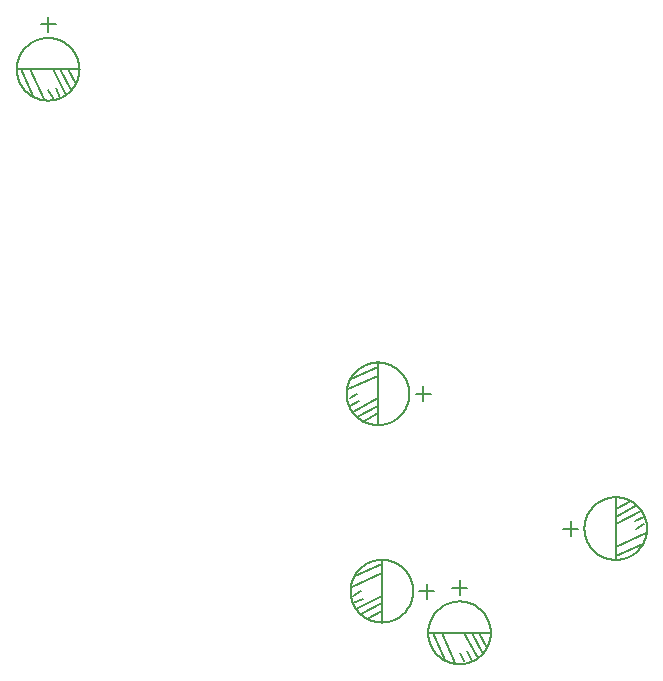
<source format=gbr>
G04 EAGLE Gerber X2 export*
%TF.Part,Single*%
%TF.FileFunction,Legend,Bot,1*%
%TF.FilePolarity,Positive*%
%TF.GenerationSoftware,Autodesk,EAGLE,9.2.2*%
%TF.CreationDate,2019-04-19T13:43:48Z*%
G75*
%MOMM*%
%FSLAX34Y34*%
%LPD*%
%INSilkscreen Bottom*%
%AMOC8*
5,1,8,0,0,1.08239X$1,22.5*%
G01*
%ADD10C,0.127000*%


D10*
X30895Y505723D02*
X30903Y506373D01*
X30927Y507023D01*
X30967Y507672D01*
X31023Y508320D01*
X31094Y508967D01*
X31182Y509611D01*
X31285Y510253D01*
X31404Y510893D01*
X31539Y511529D01*
X31689Y512162D01*
X31855Y512791D01*
X32036Y513416D01*
X32233Y514036D01*
X32444Y514651D01*
X32671Y515260D01*
X32912Y515864D01*
X33168Y516462D01*
X33439Y517053D01*
X33725Y517638D01*
X34024Y518215D01*
X34338Y518785D01*
X34665Y519347D01*
X35006Y519900D01*
X35361Y520446D01*
X35729Y520982D01*
X36110Y521509D01*
X36504Y522027D01*
X36910Y522534D01*
X37329Y523032D01*
X37760Y523519D01*
X38202Y523996D01*
X38657Y524461D01*
X39122Y524916D01*
X39599Y525358D01*
X40086Y525789D01*
X40584Y526208D01*
X41091Y526614D01*
X41609Y527008D01*
X42136Y527389D01*
X42672Y527757D01*
X43218Y528112D01*
X43771Y528453D01*
X44333Y528780D01*
X44903Y529094D01*
X45480Y529393D01*
X46065Y529679D01*
X46656Y529950D01*
X47254Y530206D01*
X47858Y530447D01*
X48467Y530674D01*
X49082Y530885D01*
X49702Y531082D01*
X50327Y531263D01*
X50956Y531429D01*
X51589Y531579D01*
X52225Y531714D01*
X52865Y531833D01*
X53507Y531936D01*
X54151Y532024D01*
X54798Y532095D01*
X55446Y532151D01*
X56095Y532191D01*
X56745Y532215D01*
X57395Y532223D01*
X58045Y532215D01*
X58695Y532191D01*
X59344Y532151D01*
X59992Y532095D01*
X60639Y532024D01*
X61283Y531936D01*
X61925Y531833D01*
X62565Y531714D01*
X63201Y531579D01*
X63834Y531429D01*
X64463Y531263D01*
X65088Y531082D01*
X65708Y530885D01*
X66323Y530674D01*
X66932Y530447D01*
X67536Y530206D01*
X68134Y529950D01*
X68725Y529679D01*
X69310Y529393D01*
X69887Y529094D01*
X70457Y528780D01*
X71019Y528453D01*
X71572Y528112D01*
X72118Y527757D01*
X72654Y527389D01*
X73181Y527008D01*
X73699Y526614D01*
X74206Y526208D01*
X74704Y525789D01*
X75191Y525358D01*
X75668Y524916D01*
X76133Y524461D01*
X76588Y523996D01*
X77030Y523519D01*
X77461Y523032D01*
X77880Y522534D01*
X78286Y522027D01*
X78680Y521509D01*
X79061Y520982D01*
X79429Y520446D01*
X79784Y519900D01*
X80125Y519347D01*
X80452Y518785D01*
X80766Y518215D01*
X81065Y517638D01*
X81351Y517053D01*
X81622Y516462D01*
X81878Y515864D01*
X82119Y515260D01*
X82346Y514651D01*
X82557Y514036D01*
X82754Y513416D01*
X82935Y512791D01*
X83101Y512162D01*
X83251Y511529D01*
X83386Y510893D01*
X83505Y510253D01*
X83608Y509611D01*
X83696Y508967D01*
X83767Y508320D01*
X83823Y507672D01*
X83863Y507023D01*
X83887Y506373D01*
X83895Y505723D01*
X83887Y505073D01*
X83863Y504423D01*
X83823Y503774D01*
X83767Y503126D01*
X83696Y502479D01*
X83608Y501835D01*
X83505Y501193D01*
X83386Y500553D01*
X83251Y499917D01*
X83101Y499284D01*
X82935Y498655D01*
X82754Y498030D01*
X82557Y497410D01*
X82346Y496795D01*
X82119Y496186D01*
X81878Y495582D01*
X81622Y494984D01*
X81351Y494393D01*
X81065Y493808D01*
X80766Y493231D01*
X80452Y492661D01*
X80125Y492099D01*
X79784Y491546D01*
X79429Y491000D01*
X79061Y490464D01*
X78680Y489937D01*
X78286Y489419D01*
X77880Y488912D01*
X77461Y488414D01*
X77030Y487927D01*
X76588Y487450D01*
X76133Y486985D01*
X75668Y486530D01*
X75191Y486088D01*
X74704Y485657D01*
X74206Y485238D01*
X73699Y484832D01*
X73181Y484438D01*
X72654Y484057D01*
X72118Y483689D01*
X71572Y483334D01*
X71019Y482993D01*
X70457Y482666D01*
X69887Y482352D01*
X69310Y482053D01*
X68725Y481767D01*
X68134Y481496D01*
X67536Y481240D01*
X66932Y480999D01*
X66323Y480772D01*
X65708Y480561D01*
X65088Y480364D01*
X64463Y480183D01*
X63834Y480017D01*
X63201Y479867D01*
X62565Y479732D01*
X61925Y479613D01*
X61283Y479510D01*
X60639Y479422D01*
X59992Y479351D01*
X59344Y479295D01*
X58695Y479255D01*
X58045Y479231D01*
X57395Y479223D01*
X56745Y479231D01*
X56095Y479255D01*
X55446Y479295D01*
X54798Y479351D01*
X54151Y479422D01*
X53507Y479510D01*
X52865Y479613D01*
X52225Y479732D01*
X51589Y479867D01*
X50956Y480017D01*
X50327Y480183D01*
X49702Y480364D01*
X49082Y480561D01*
X48467Y480772D01*
X47858Y480999D01*
X47254Y481240D01*
X46656Y481496D01*
X46065Y481767D01*
X45480Y482053D01*
X44903Y482352D01*
X44333Y482666D01*
X43771Y482993D01*
X43218Y483334D01*
X42672Y483689D01*
X42136Y484057D01*
X41609Y484438D01*
X41091Y484832D01*
X40584Y485238D01*
X40086Y485657D01*
X39599Y486088D01*
X39122Y486530D01*
X38657Y486985D01*
X38202Y487450D01*
X37760Y487927D01*
X37329Y488414D01*
X36910Y488912D01*
X36504Y489419D01*
X36110Y489937D01*
X35729Y490464D01*
X35361Y491000D01*
X35006Y491546D01*
X34665Y492099D01*
X34338Y492661D01*
X34024Y493231D01*
X33725Y493808D01*
X33439Y494393D01*
X33168Y494984D01*
X32912Y495582D01*
X32671Y496186D01*
X32444Y496795D01*
X32233Y497410D01*
X32036Y498030D01*
X31855Y498655D01*
X31689Y499284D01*
X31539Y499917D01*
X31404Y500553D01*
X31285Y501193D01*
X31182Y501835D01*
X31094Y502479D01*
X31023Y503126D01*
X30967Y503774D01*
X30927Y504423D01*
X30903Y505073D01*
X30895Y505723D01*
X57395Y543823D02*
X57395Y550173D01*
X57395Y543823D02*
X57395Y537473D01*
X57395Y543823D02*
X63745Y543823D01*
X57395Y543823D02*
X51045Y543823D01*
X73905Y505723D02*
X84065Y505723D01*
X73905Y505723D02*
X67555Y505723D01*
X61205Y505723D01*
X42155Y505723D01*
X34535Y505723D01*
X30725Y505723D01*
X34535Y505723D02*
X44695Y482863D01*
X53585Y480323D02*
X42155Y505723D01*
X63745Y489848D02*
X67555Y481593D01*
X72635Y484133D02*
X61205Y505723D01*
X67555Y505723D02*
X77080Y487943D01*
X80890Y493023D02*
X73905Y505723D01*
X57395Y488223D02*
X61205Y481593D01*
X310268Y230965D02*
X310276Y231615D01*
X310300Y232265D01*
X310340Y232914D01*
X310396Y233562D01*
X310467Y234209D01*
X310555Y234853D01*
X310658Y235495D01*
X310777Y236135D01*
X310912Y236771D01*
X311062Y237404D01*
X311228Y238033D01*
X311409Y238658D01*
X311606Y239278D01*
X311817Y239893D01*
X312044Y240502D01*
X312285Y241106D01*
X312541Y241704D01*
X312812Y242295D01*
X313098Y242880D01*
X313397Y243457D01*
X313711Y244027D01*
X314038Y244589D01*
X314379Y245142D01*
X314734Y245688D01*
X315102Y246224D01*
X315483Y246751D01*
X315877Y247269D01*
X316283Y247776D01*
X316702Y248274D01*
X317133Y248761D01*
X317575Y249238D01*
X318030Y249703D01*
X318495Y250158D01*
X318972Y250600D01*
X319459Y251031D01*
X319957Y251450D01*
X320464Y251856D01*
X320982Y252250D01*
X321509Y252631D01*
X322045Y252999D01*
X322591Y253354D01*
X323144Y253695D01*
X323706Y254022D01*
X324276Y254336D01*
X324853Y254635D01*
X325438Y254921D01*
X326029Y255192D01*
X326627Y255448D01*
X327231Y255689D01*
X327840Y255916D01*
X328455Y256127D01*
X329075Y256324D01*
X329700Y256505D01*
X330329Y256671D01*
X330962Y256821D01*
X331598Y256956D01*
X332238Y257075D01*
X332880Y257178D01*
X333524Y257266D01*
X334171Y257337D01*
X334819Y257393D01*
X335468Y257433D01*
X336118Y257457D01*
X336768Y257465D01*
X337418Y257457D01*
X338068Y257433D01*
X338717Y257393D01*
X339365Y257337D01*
X340012Y257266D01*
X340656Y257178D01*
X341298Y257075D01*
X341938Y256956D01*
X342574Y256821D01*
X343207Y256671D01*
X343836Y256505D01*
X344461Y256324D01*
X345081Y256127D01*
X345696Y255916D01*
X346305Y255689D01*
X346909Y255448D01*
X347507Y255192D01*
X348098Y254921D01*
X348683Y254635D01*
X349260Y254336D01*
X349830Y254022D01*
X350392Y253695D01*
X350945Y253354D01*
X351491Y252999D01*
X352027Y252631D01*
X352554Y252250D01*
X353072Y251856D01*
X353579Y251450D01*
X354077Y251031D01*
X354564Y250600D01*
X355041Y250158D01*
X355506Y249703D01*
X355961Y249238D01*
X356403Y248761D01*
X356834Y248274D01*
X357253Y247776D01*
X357659Y247269D01*
X358053Y246751D01*
X358434Y246224D01*
X358802Y245688D01*
X359157Y245142D01*
X359498Y244589D01*
X359825Y244027D01*
X360139Y243457D01*
X360438Y242880D01*
X360724Y242295D01*
X360995Y241704D01*
X361251Y241106D01*
X361492Y240502D01*
X361719Y239893D01*
X361930Y239278D01*
X362127Y238658D01*
X362308Y238033D01*
X362474Y237404D01*
X362624Y236771D01*
X362759Y236135D01*
X362878Y235495D01*
X362981Y234853D01*
X363069Y234209D01*
X363140Y233562D01*
X363196Y232914D01*
X363236Y232265D01*
X363260Y231615D01*
X363268Y230965D01*
X363260Y230315D01*
X363236Y229665D01*
X363196Y229016D01*
X363140Y228368D01*
X363069Y227721D01*
X362981Y227077D01*
X362878Y226435D01*
X362759Y225795D01*
X362624Y225159D01*
X362474Y224526D01*
X362308Y223897D01*
X362127Y223272D01*
X361930Y222652D01*
X361719Y222037D01*
X361492Y221428D01*
X361251Y220824D01*
X360995Y220226D01*
X360724Y219635D01*
X360438Y219050D01*
X360139Y218473D01*
X359825Y217903D01*
X359498Y217341D01*
X359157Y216788D01*
X358802Y216242D01*
X358434Y215706D01*
X358053Y215179D01*
X357659Y214661D01*
X357253Y214154D01*
X356834Y213656D01*
X356403Y213169D01*
X355961Y212692D01*
X355506Y212227D01*
X355041Y211772D01*
X354564Y211330D01*
X354077Y210899D01*
X353579Y210480D01*
X353072Y210074D01*
X352554Y209680D01*
X352027Y209299D01*
X351491Y208931D01*
X350945Y208576D01*
X350392Y208235D01*
X349830Y207908D01*
X349260Y207594D01*
X348683Y207295D01*
X348098Y207009D01*
X347507Y206738D01*
X346909Y206482D01*
X346305Y206241D01*
X345696Y206014D01*
X345081Y205803D01*
X344461Y205606D01*
X343836Y205425D01*
X343207Y205259D01*
X342574Y205109D01*
X341938Y204974D01*
X341298Y204855D01*
X340656Y204752D01*
X340012Y204664D01*
X339365Y204593D01*
X338717Y204537D01*
X338068Y204497D01*
X337418Y204473D01*
X336768Y204465D01*
X336118Y204473D01*
X335468Y204497D01*
X334819Y204537D01*
X334171Y204593D01*
X333524Y204664D01*
X332880Y204752D01*
X332238Y204855D01*
X331598Y204974D01*
X330962Y205109D01*
X330329Y205259D01*
X329700Y205425D01*
X329075Y205606D01*
X328455Y205803D01*
X327840Y206014D01*
X327231Y206241D01*
X326627Y206482D01*
X326029Y206738D01*
X325438Y207009D01*
X324853Y207295D01*
X324276Y207594D01*
X323706Y207908D01*
X323144Y208235D01*
X322591Y208576D01*
X322045Y208931D01*
X321509Y209299D01*
X320982Y209680D01*
X320464Y210074D01*
X319957Y210480D01*
X319459Y210899D01*
X318972Y211330D01*
X318495Y211772D01*
X318030Y212227D01*
X317575Y212692D01*
X317133Y213169D01*
X316702Y213656D01*
X316283Y214154D01*
X315877Y214661D01*
X315483Y215179D01*
X315102Y215706D01*
X314734Y216242D01*
X314379Y216788D01*
X314038Y217341D01*
X313711Y217903D01*
X313397Y218473D01*
X313098Y219050D01*
X312812Y219635D01*
X312541Y220226D01*
X312285Y220824D01*
X312044Y221428D01*
X311817Y222037D01*
X311606Y222652D01*
X311409Y223272D01*
X311228Y223897D01*
X311062Y224526D01*
X310912Y225159D01*
X310777Y225795D01*
X310658Y226435D01*
X310555Y227077D01*
X310467Y227721D01*
X310396Y228368D01*
X310340Y229016D01*
X310300Y229665D01*
X310276Y230315D01*
X310268Y230965D01*
X374868Y230965D02*
X381218Y230965D01*
X374868Y230965D02*
X368518Y230965D01*
X374868Y230965D02*
X374868Y224615D01*
X374868Y230965D02*
X374868Y237315D01*
X336768Y214455D02*
X336768Y204295D01*
X336768Y214455D02*
X336768Y220805D01*
X336768Y227155D01*
X336768Y246205D01*
X336768Y253825D01*
X336768Y257635D01*
X336768Y253825D02*
X313908Y243665D01*
X311368Y234775D02*
X336768Y246205D01*
X320893Y224615D02*
X312638Y220805D01*
X315178Y215725D02*
X336768Y227155D01*
X336768Y220805D02*
X318988Y211280D01*
X324068Y207470D02*
X336768Y214455D01*
X319268Y230965D02*
X312638Y227155D01*
X313556Y63886D02*
X313564Y64536D01*
X313588Y65186D01*
X313628Y65835D01*
X313684Y66483D01*
X313755Y67130D01*
X313843Y67774D01*
X313946Y68416D01*
X314065Y69056D01*
X314200Y69692D01*
X314350Y70325D01*
X314516Y70954D01*
X314697Y71579D01*
X314894Y72199D01*
X315105Y72814D01*
X315332Y73423D01*
X315573Y74027D01*
X315829Y74625D01*
X316100Y75216D01*
X316386Y75801D01*
X316685Y76378D01*
X316999Y76948D01*
X317326Y77510D01*
X317667Y78063D01*
X318022Y78609D01*
X318390Y79145D01*
X318771Y79672D01*
X319165Y80190D01*
X319571Y80697D01*
X319990Y81195D01*
X320421Y81682D01*
X320863Y82159D01*
X321318Y82624D01*
X321783Y83079D01*
X322260Y83521D01*
X322747Y83952D01*
X323245Y84371D01*
X323752Y84777D01*
X324270Y85171D01*
X324797Y85552D01*
X325333Y85920D01*
X325879Y86275D01*
X326432Y86616D01*
X326994Y86943D01*
X327564Y87257D01*
X328141Y87556D01*
X328726Y87842D01*
X329317Y88113D01*
X329915Y88369D01*
X330519Y88610D01*
X331128Y88837D01*
X331743Y89048D01*
X332363Y89245D01*
X332988Y89426D01*
X333617Y89592D01*
X334250Y89742D01*
X334886Y89877D01*
X335526Y89996D01*
X336168Y90099D01*
X336812Y90187D01*
X337459Y90258D01*
X338107Y90314D01*
X338756Y90354D01*
X339406Y90378D01*
X340056Y90386D01*
X340706Y90378D01*
X341356Y90354D01*
X342005Y90314D01*
X342653Y90258D01*
X343300Y90187D01*
X343944Y90099D01*
X344586Y89996D01*
X345226Y89877D01*
X345862Y89742D01*
X346495Y89592D01*
X347124Y89426D01*
X347749Y89245D01*
X348369Y89048D01*
X348984Y88837D01*
X349593Y88610D01*
X350197Y88369D01*
X350795Y88113D01*
X351386Y87842D01*
X351971Y87556D01*
X352548Y87257D01*
X353118Y86943D01*
X353680Y86616D01*
X354233Y86275D01*
X354779Y85920D01*
X355315Y85552D01*
X355842Y85171D01*
X356360Y84777D01*
X356867Y84371D01*
X357365Y83952D01*
X357852Y83521D01*
X358329Y83079D01*
X358794Y82624D01*
X359249Y82159D01*
X359691Y81682D01*
X360122Y81195D01*
X360541Y80697D01*
X360947Y80190D01*
X361341Y79672D01*
X361722Y79145D01*
X362090Y78609D01*
X362445Y78063D01*
X362786Y77510D01*
X363113Y76948D01*
X363427Y76378D01*
X363726Y75801D01*
X364012Y75216D01*
X364283Y74625D01*
X364539Y74027D01*
X364780Y73423D01*
X365007Y72814D01*
X365218Y72199D01*
X365415Y71579D01*
X365596Y70954D01*
X365762Y70325D01*
X365912Y69692D01*
X366047Y69056D01*
X366166Y68416D01*
X366269Y67774D01*
X366357Y67130D01*
X366428Y66483D01*
X366484Y65835D01*
X366524Y65186D01*
X366548Y64536D01*
X366556Y63886D01*
X366548Y63236D01*
X366524Y62586D01*
X366484Y61937D01*
X366428Y61289D01*
X366357Y60642D01*
X366269Y59998D01*
X366166Y59356D01*
X366047Y58716D01*
X365912Y58080D01*
X365762Y57447D01*
X365596Y56818D01*
X365415Y56193D01*
X365218Y55573D01*
X365007Y54958D01*
X364780Y54349D01*
X364539Y53745D01*
X364283Y53147D01*
X364012Y52556D01*
X363726Y51971D01*
X363427Y51394D01*
X363113Y50824D01*
X362786Y50262D01*
X362445Y49709D01*
X362090Y49163D01*
X361722Y48627D01*
X361341Y48100D01*
X360947Y47582D01*
X360541Y47075D01*
X360122Y46577D01*
X359691Y46090D01*
X359249Y45613D01*
X358794Y45148D01*
X358329Y44693D01*
X357852Y44251D01*
X357365Y43820D01*
X356867Y43401D01*
X356360Y42995D01*
X355842Y42601D01*
X355315Y42220D01*
X354779Y41852D01*
X354233Y41497D01*
X353680Y41156D01*
X353118Y40829D01*
X352548Y40515D01*
X351971Y40216D01*
X351386Y39930D01*
X350795Y39659D01*
X350197Y39403D01*
X349593Y39162D01*
X348984Y38935D01*
X348369Y38724D01*
X347749Y38527D01*
X347124Y38346D01*
X346495Y38180D01*
X345862Y38030D01*
X345226Y37895D01*
X344586Y37776D01*
X343944Y37673D01*
X343300Y37585D01*
X342653Y37514D01*
X342005Y37458D01*
X341356Y37418D01*
X340706Y37394D01*
X340056Y37386D01*
X339406Y37394D01*
X338756Y37418D01*
X338107Y37458D01*
X337459Y37514D01*
X336812Y37585D01*
X336168Y37673D01*
X335526Y37776D01*
X334886Y37895D01*
X334250Y38030D01*
X333617Y38180D01*
X332988Y38346D01*
X332363Y38527D01*
X331743Y38724D01*
X331128Y38935D01*
X330519Y39162D01*
X329915Y39403D01*
X329317Y39659D01*
X328726Y39930D01*
X328141Y40216D01*
X327564Y40515D01*
X326994Y40829D01*
X326432Y41156D01*
X325879Y41497D01*
X325333Y41852D01*
X324797Y42220D01*
X324270Y42601D01*
X323752Y42995D01*
X323245Y43401D01*
X322747Y43820D01*
X322260Y44251D01*
X321783Y44693D01*
X321318Y45148D01*
X320863Y45613D01*
X320421Y46090D01*
X319990Y46577D01*
X319571Y47075D01*
X319165Y47582D01*
X318771Y48100D01*
X318390Y48627D01*
X318022Y49163D01*
X317667Y49709D01*
X317326Y50262D01*
X316999Y50824D01*
X316685Y51394D01*
X316386Y51971D01*
X316100Y52556D01*
X315829Y53147D01*
X315573Y53745D01*
X315332Y54349D01*
X315105Y54958D01*
X314894Y55573D01*
X314697Y56193D01*
X314516Y56818D01*
X314350Y57447D01*
X314200Y58080D01*
X314065Y58716D01*
X313946Y59356D01*
X313843Y59998D01*
X313755Y60642D01*
X313684Y61289D01*
X313628Y61937D01*
X313588Y62586D01*
X313564Y63236D01*
X313556Y63886D01*
X378156Y63886D02*
X384506Y63886D01*
X378156Y63886D02*
X371806Y63886D01*
X378156Y63886D02*
X378156Y57536D01*
X378156Y63886D02*
X378156Y70236D01*
X340056Y47376D02*
X340056Y37216D01*
X340056Y47376D02*
X340056Y53726D01*
X340056Y60076D01*
X340056Y79126D01*
X340056Y86746D01*
X340056Y90556D01*
X340056Y86746D02*
X317196Y76586D01*
X314656Y67696D02*
X340056Y79126D01*
X324181Y57536D02*
X315926Y53726D01*
X318466Y48646D02*
X340056Y60076D01*
X340056Y53726D02*
X322276Y44201D01*
X327356Y40391D02*
X340056Y47376D01*
X322556Y63886D02*
X315926Y60076D01*
X379254Y28637D02*
X379262Y29287D01*
X379286Y29937D01*
X379326Y30586D01*
X379382Y31234D01*
X379453Y31881D01*
X379541Y32525D01*
X379644Y33167D01*
X379763Y33807D01*
X379898Y34443D01*
X380048Y35076D01*
X380214Y35705D01*
X380395Y36330D01*
X380592Y36950D01*
X380803Y37565D01*
X381030Y38174D01*
X381271Y38778D01*
X381527Y39376D01*
X381798Y39967D01*
X382084Y40552D01*
X382383Y41129D01*
X382697Y41699D01*
X383024Y42261D01*
X383365Y42814D01*
X383720Y43360D01*
X384088Y43896D01*
X384469Y44423D01*
X384863Y44941D01*
X385269Y45448D01*
X385688Y45946D01*
X386119Y46433D01*
X386561Y46910D01*
X387016Y47375D01*
X387481Y47830D01*
X387958Y48272D01*
X388445Y48703D01*
X388943Y49122D01*
X389450Y49528D01*
X389968Y49922D01*
X390495Y50303D01*
X391031Y50671D01*
X391577Y51026D01*
X392130Y51367D01*
X392692Y51694D01*
X393262Y52008D01*
X393839Y52307D01*
X394424Y52593D01*
X395015Y52864D01*
X395613Y53120D01*
X396217Y53361D01*
X396826Y53588D01*
X397441Y53799D01*
X398061Y53996D01*
X398686Y54177D01*
X399315Y54343D01*
X399948Y54493D01*
X400584Y54628D01*
X401224Y54747D01*
X401866Y54850D01*
X402510Y54938D01*
X403157Y55009D01*
X403805Y55065D01*
X404454Y55105D01*
X405104Y55129D01*
X405754Y55137D01*
X406404Y55129D01*
X407054Y55105D01*
X407703Y55065D01*
X408351Y55009D01*
X408998Y54938D01*
X409642Y54850D01*
X410284Y54747D01*
X410924Y54628D01*
X411560Y54493D01*
X412193Y54343D01*
X412822Y54177D01*
X413447Y53996D01*
X414067Y53799D01*
X414682Y53588D01*
X415291Y53361D01*
X415895Y53120D01*
X416493Y52864D01*
X417084Y52593D01*
X417669Y52307D01*
X418246Y52008D01*
X418816Y51694D01*
X419378Y51367D01*
X419931Y51026D01*
X420477Y50671D01*
X421013Y50303D01*
X421540Y49922D01*
X422058Y49528D01*
X422565Y49122D01*
X423063Y48703D01*
X423550Y48272D01*
X424027Y47830D01*
X424492Y47375D01*
X424947Y46910D01*
X425389Y46433D01*
X425820Y45946D01*
X426239Y45448D01*
X426645Y44941D01*
X427039Y44423D01*
X427420Y43896D01*
X427788Y43360D01*
X428143Y42814D01*
X428484Y42261D01*
X428811Y41699D01*
X429125Y41129D01*
X429424Y40552D01*
X429710Y39967D01*
X429981Y39376D01*
X430237Y38778D01*
X430478Y38174D01*
X430705Y37565D01*
X430916Y36950D01*
X431113Y36330D01*
X431294Y35705D01*
X431460Y35076D01*
X431610Y34443D01*
X431745Y33807D01*
X431864Y33167D01*
X431967Y32525D01*
X432055Y31881D01*
X432126Y31234D01*
X432182Y30586D01*
X432222Y29937D01*
X432246Y29287D01*
X432254Y28637D01*
X432246Y27987D01*
X432222Y27337D01*
X432182Y26688D01*
X432126Y26040D01*
X432055Y25393D01*
X431967Y24749D01*
X431864Y24107D01*
X431745Y23467D01*
X431610Y22831D01*
X431460Y22198D01*
X431294Y21569D01*
X431113Y20944D01*
X430916Y20324D01*
X430705Y19709D01*
X430478Y19100D01*
X430237Y18496D01*
X429981Y17898D01*
X429710Y17307D01*
X429424Y16722D01*
X429125Y16145D01*
X428811Y15575D01*
X428484Y15013D01*
X428143Y14460D01*
X427788Y13914D01*
X427420Y13378D01*
X427039Y12851D01*
X426645Y12333D01*
X426239Y11826D01*
X425820Y11328D01*
X425389Y10841D01*
X424947Y10364D01*
X424492Y9899D01*
X424027Y9444D01*
X423550Y9002D01*
X423063Y8571D01*
X422565Y8152D01*
X422058Y7746D01*
X421540Y7352D01*
X421013Y6971D01*
X420477Y6603D01*
X419931Y6248D01*
X419378Y5907D01*
X418816Y5580D01*
X418246Y5266D01*
X417669Y4967D01*
X417084Y4681D01*
X416493Y4410D01*
X415895Y4154D01*
X415291Y3913D01*
X414682Y3686D01*
X414067Y3475D01*
X413447Y3278D01*
X412822Y3097D01*
X412193Y2931D01*
X411560Y2781D01*
X410924Y2646D01*
X410284Y2527D01*
X409642Y2424D01*
X408998Y2336D01*
X408351Y2265D01*
X407703Y2209D01*
X407054Y2169D01*
X406404Y2145D01*
X405754Y2137D01*
X405104Y2145D01*
X404454Y2169D01*
X403805Y2209D01*
X403157Y2265D01*
X402510Y2336D01*
X401866Y2424D01*
X401224Y2527D01*
X400584Y2646D01*
X399948Y2781D01*
X399315Y2931D01*
X398686Y3097D01*
X398061Y3278D01*
X397441Y3475D01*
X396826Y3686D01*
X396217Y3913D01*
X395613Y4154D01*
X395015Y4410D01*
X394424Y4681D01*
X393839Y4967D01*
X393262Y5266D01*
X392692Y5580D01*
X392130Y5907D01*
X391577Y6248D01*
X391031Y6603D01*
X390495Y6971D01*
X389968Y7352D01*
X389450Y7746D01*
X388943Y8152D01*
X388445Y8571D01*
X387958Y9002D01*
X387481Y9444D01*
X387016Y9899D01*
X386561Y10364D01*
X386119Y10841D01*
X385688Y11328D01*
X385269Y11826D01*
X384863Y12333D01*
X384469Y12851D01*
X384088Y13378D01*
X383720Y13914D01*
X383365Y14460D01*
X383024Y15013D01*
X382697Y15575D01*
X382383Y16145D01*
X382084Y16722D01*
X381798Y17307D01*
X381527Y17898D01*
X381271Y18496D01*
X381030Y19100D01*
X380803Y19709D01*
X380592Y20324D01*
X380395Y20944D01*
X380214Y21569D01*
X380048Y22198D01*
X379898Y22831D01*
X379763Y23467D01*
X379644Y24107D01*
X379541Y24749D01*
X379453Y25393D01*
X379382Y26040D01*
X379326Y26688D01*
X379286Y27337D01*
X379262Y27987D01*
X379254Y28637D01*
X405754Y66737D02*
X405754Y73087D01*
X405754Y66737D02*
X405754Y60387D01*
X405754Y66737D02*
X412104Y66737D01*
X405754Y66737D02*
X399404Y66737D01*
X422264Y28637D02*
X432424Y28637D01*
X422264Y28637D02*
X415914Y28637D01*
X409564Y28637D01*
X390514Y28637D01*
X382894Y28637D01*
X379084Y28637D01*
X382894Y28637D02*
X393054Y5777D01*
X401944Y3237D02*
X390514Y28637D01*
X412104Y12762D02*
X415914Y4507D01*
X420994Y7047D02*
X409564Y28637D01*
X415914Y28637D02*
X425439Y10857D01*
X429249Y15937D02*
X422264Y28637D01*
X405754Y11137D02*
X409564Y4507D01*
X511547Y116866D02*
X511555Y117516D01*
X511579Y118166D01*
X511619Y118815D01*
X511675Y119463D01*
X511746Y120110D01*
X511834Y120754D01*
X511937Y121396D01*
X512056Y122036D01*
X512191Y122672D01*
X512341Y123305D01*
X512507Y123934D01*
X512688Y124559D01*
X512885Y125179D01*
X513096Y125794D01*
X513323Y126403D01*
X513564Y127007D01*
X513820Y127605D01*
X514091Y128196D01*
X514377Y128781D01*
X514676Y129358D01*
X514990Y129928D01*
X515317Y130490D01*
X515658Y131043D01*
X516013Y131589D01*
X516381Y132125D01*
X516762Y132652D01*
X517156Y133170D01*
X517562Y133677D01*
X517981Y134175D01*
X518412Y134662D01*
X518854Y135139D01*
X519309Y135604D01*
X519774Y136059D01*
X520251Y136501D01*
X520738Y136932D01*
X521236Y137351D01*
X521743Y137757D01*
X522261Y138151D01*
X522788Y138532D01*
X523324Y138900D01*
X523870Y139255D01*
X524423Y139596D01*
X524985Y139923D01*
X525555Y140237D01*
X526132Y140536D01*
X526717Y140822D01*
X527308Y141093D01*
X527906Y141349D01*
X528510Y141590D01*
X529119Y141817D01*
X529734Y142028D01*
X530354Y142225D01*
X530979Y142406D01*
X531608Y142572D01*
X532241Y142722D01*
X532877Y142857D01*
X533517Y142976D01*
X534159Y143079D01*
X534803Y143167D01*
X535450Y143238D01*
X536098Y143294D01*
X536747Y143334D01*
X537397Y143358D01*
X538047Y143366D01*
X538697Y143358D01*
X539347Y143334D01*
X539996Y143294D01*
X540644Y143238D01*
X541291Y143167D01*
X541935Y143079D01*
X542577Y142976D01*
X543217Y142857D01*
X543853Y142722D01*
X544486Y142572D01*
X545115Y142406D01*
X545740Y142225D01*
X546360Y142028D01*
X546975Y141817D01*
X547584Y141590D01*
X548188Y141349D01*
X548786Y141093D01*
X549377Y140822D01*
X549962Y140536D01*
X550539Y140237D01*
X551109Y139923D01*
X551671Y139596D01*
X552224Y139255D01*
X552770Y138900D01*
X553306Y138532D01*
X553833Y138151D01*
X554351Y137757D01*
X554858Y137351D01*
X555356Y136932D01*
X555843Y136501D01*
X556320Y136059D01*
X556785Y135604D01*
X557240Y135139D01*
X557682Y134662D01*
X558113Y134175D01*
X558532Y133677D01*
X558938Y133170D01*
X559332Y132652D01*
X559713Y132125D01*
X560081Y131589D01*
X560436Y131043D01*
X560777Y130490D01*
X561104Y129928D01*
X561418Y129358D01*
X561717Y128781D01*
X562003Y128196D01*
X562274Y127605D01*
X562530Y127007D01*
X562771Y126403D01*
X562998Y125794D01*
X563209Y125179D01*
X563406Y124559D01*
X563587Y123934D01*
X563753Y123305D01*
X563903Y122672D01*
X564038Y122036D01*
X564157Y121396D01*
X564260Y120754D01*
X564348Y120110D01*
X564419Y119463D01*
X564475Y118815D01*
X564515Y118166D01*
X564539Y117516D01*
X564547Y116866D01*
X564539Y116216D01*
X564515Y115566D01*
X564475Y114917D01*
X564419Y114269D01*
X564348Y113622D01*
X564260Y112978D01*
X564157Y112336D01*
X564038Y111696D01*
X563903Y111060D01*
X563753Y110427D01*
X563587Y109798D01*
X563406Y109173D01*
X563209Y108553D01*
X562998Y107938D01*
X562771Y107329D01*
X562530Y106725D01*
X562274Y106127D01*
X562003Y105536D01*
X561717Y104951D01*
X561418Y104374D01*
X561104Y103804D01*
X560777Y103242D01*
X560436Y102689D01*
X560081Y102143D01*
X559713Y101607D01*
X559332Y101080D01*
X558938Y100562D01*
X558532Y100055D01*
X558113Y99557D01*
X557682Y99070D01*
X557240Y98593D01*
X556785Y98128D01*
X556320Y97673D01*
X555843Y97231D01*
X555356Y96800D01*
X554858Y96381D01*
X554351Y95975D01*
X553833Y95581D01*
X553306Y95200D01*
X552770Y94832D01*
X552224Y94477D01*
X551671Y94136D01*
X551109Y93809D01*
X550539Y93495D01*
X549962Y93196D01*
X549377Y92910D01*
X548786Y92639D01*
X548188Y92383D01*
X547584Y92142D01*
X546975Y91915D01*
X546360Y91704D01*
X545740Y91507D01*
X545115Y91326D01*
X544486Y91160D01*
X543853Y91010D01*
X543217Y90875D01*
X542577Y90756D01*
X541935Y90653D01*
X541291Y90565D01*
X540644Y90494D01*
X539996Y90438D01*
X539347Y90398D01*
X538697Y90374D01*
X538047Y90366D01*
X537397Y90374D01*
X536747Y90398D01*
X536098Y90438D01*
X535450Y90494D01*
X534803Y90565D01*
X534159Y90653D01*
X533517Y90756D01*
X532877Y90875D01*
X532241Y91010D01*
X531608Y91160D01*
X530979Y91326D01*
X530354Y91507D01*
X529734Y91704D01*
X529119Y91915D01*
X528510Y92142D01*
X527906Y92383D01*
X527308Y92639D01*
X526717Y92910D01*
X526132Y93196D01*
X525555Y93495D01*
X524985Y93809D01*
X524423Y94136D01*
X523870Y94477D01*
X523324Y94832D01*
X522788Y95200D01*
X522261Y95581D01*
X521743Y95975D01*
X521236Y96381D01*
X520738Y96800D01*
X520251Y97231D01*
X519774Y97673D01*
X519309Y98128D01*
X518854Y98593D01*
X518412Y99070D01*
X517981Y99557D01*
X517562Y100055D01*
X517156Y100562D01*
X516762Y101080D01*
X516381Y101607D01*
X516013Y102143D01*
X515658Y102689D01*
X515317Y103242D01*
X514990Y103804D01*
X514676Y104374D01*
X514377Y104951D01*
X514091Y105536D01*
X513820Y106127D01*
X513564Y106725D01*
X513323Y107329D01*
X513096Y107938D01*
X512885Y108553D01*
X512688Y109173D01*
X512507Y109798D01*
X512341Y110427D01*
X512191Y111060D01*
X512056Y111696D01*
X511937Y112336D01*
X511834Y112978D01*
X511746Y113622D01*
X511675Y114269D01*
X511619Y114917D01*
X511579Y115566D01*
X511555Y116216D01*
X511547Y116866D01*
X499947Y116866D02*
X493597Y116866D01*
X499947Y116866D02*
X506297Y116866D01*
X499947Y116866D02*
X499947Y123216D01*
X499947Y116866D02*
X499947Y110516D01*
X538047Y133376D02*
X538047Y143536D01*
X538047Y133376D02*
X538047Y127026D01*
X538047Y120676D01*
X538047Y101626D01*
X538047Y94006D01*
X538047Y90196D01*
X538047Y94006D02*
X560907Y104166D01*
X563447Y113056D02*
X538047Y101626D01*
X553922Y123216D02*
X562177Y127026D01*
X559637Y132106D02*
X538047Y120676D01*
X538047Y127026D02*
X555827Y136551D01*
X550747Y140361D02*
X538047Y133376D01*
X555547Y116866D02*
X562177Y120676D01*
M02*

</source>
